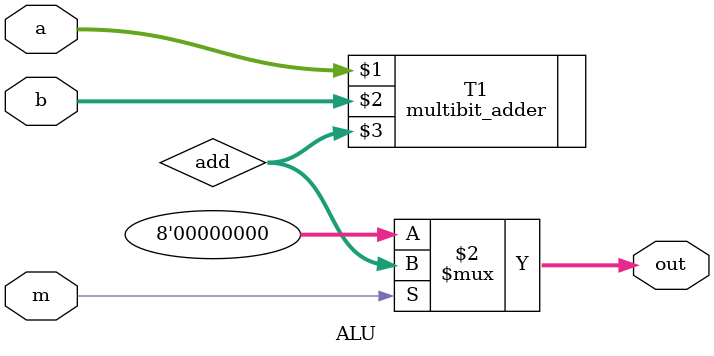
<source format=v>
`timescale 1ns / 1ps
module ALU(
    input [7:0] a,
    input [7:0] b,
    input m,
    output [7:0] out
    );
	 wire [7:0] add;
	 multibit_adder T1(a, b, add);
	 
	 assign out = (m==1) ? add:
					8'd0;


endmodule
</source>
